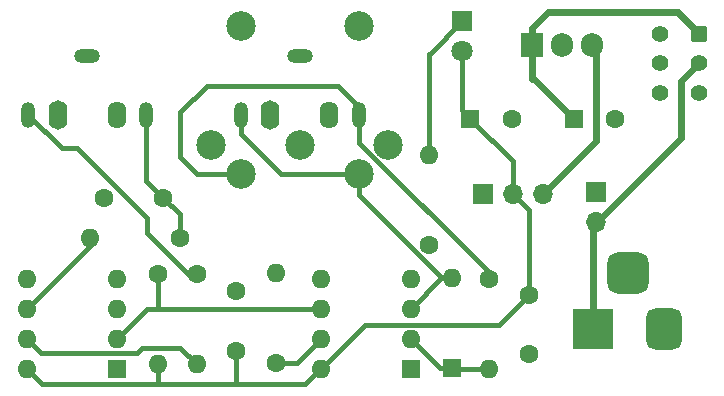
<source format=gbr>
%TF.GenerationSoftware,KiCad,Pcbnew,8.0.3*%
%TF.CreationDate,2024-06-27T15:05:59+01:00*%
%TF.ProjectId,KorgVolcaMIDI,4b6f7267-566f-46c6-9361-4d4944492e6b,rev?*%
%TF.SameCoordinates,Original*%
%TF.FileFunction,Copper,L1,Top*%
%TF.FilePolarity,Positive*%
%FSLAX46Y46*%
G04 Gerber Fmt 4.6, Leading zero omitted, Abs format (unit mm)*
G04 Created by KiCad (PCBNEW 8.0.3) date 2024-06-27 15:05:59*
%MOMM*%
%LPD*%
G01*
G04 APERTURE LIST*
G04 Aperture macros list*
%AMRoundRect*
0 Rectangle with rounded corners*
0 $1 Rounding radius*
0 $2 $3 $4 $5 $6 $7 $8 $9 X,Y pos of 4 corners*
0 Add a 4 corners polygon primitive as box body*
4,1,4,$2,$3,$4,$5,$6,$7,$8,$9,$2,$3,0*
0 Add four circle primitives for the rounded corners*
1,1,$1+$1,$2,$3*
1,1,$1+$1,$4,$5*
1,1,$1+$1,$6,$7*
1,1,$1+$1,$8,$9*
0 Add four rect primitives between the rounded corners*
20,1,$1+$1,$2,$3,$4,$5,0*
20,1,$1+$1,$4,$5,$6,$7,0*
20,1,$1+$1,$6,$7,$8,$9,0*
20,1,$1+$1,$8,$9,$2,$3,0*%
G04 Aperture macros list end*
%TA.AperFunction,ComponentPad*%
%ADD10R,1.700000X1.700000*%
%TD*%
%TA.AperFunction,ComponentPad*%
%ADD11O,1.700000X1.700000*%
%TD*%
%TA.AperFunction,ComponentPad*%
%ADD12C,1.600000*%
%TD*%
%TA.AperFunction,ComponentPad*%
%ADD13RoundRect,0.250000X-0.450000X0.450000X-0.450000X-0.450000X0.450000X-0.450000X0.450000X0.450000X0*%
%TD*%
%TA.AperFunction,ComponentPad*%
%ADD14C,1.400000*%
%TD*%
%TA.AperFunction,ComponentPad*%
%ADD15R,3.500000X3.500000*%
%TD*%
%TA.AperFunction,ComponentPad*%
%ADD16RoundRect,0.750000X0.750000X1.000000X-0.750000X1.000000X-0.750000X-1.000000X0.750000X-1.000000X0*%
%TD*%
%TA.AperFunction,ComponentPad*%
%ADD17RoundRect,0.875000X0.875000X0.875000X-0.875000X0.875000X-0.875000X-0.875000X0.875000X-0.875000X0*%
%TD*%
%TA.AperFunction,ComponentPad*%
%ADD18R,1.905000X2.000000*%
%TD*%
%TA.AperFunction,ComponentPad*%
%ADD19O,1.905000X2.000000*%
%TD*%
%TA.AperFunction,ComponentPad*%
%ADD20R,1.600000X1.600000*%
%TD*%
%TA.AperFunction,ComponentPad*%
%ADD21O,1.600000X1.600000*%
%TD*%
%TA.AperFunction,ComponentPad*%
%ADD22O,1.600000X2.500000*%
%TD*%
%TA.AperFunction,ComponentPad*%
%ADD23O,1.200000X2.200000*%
%TD*%
%TA.AperFunction,ComponentPad*%
%ADD24O,2.200000X1.200000*%
%TD*%
%TA.AperFunction,ComponentPad*%
%ADD25O,1.600000X2.300000*%
%TD*%
%TA.AperFunction,ComponentPad*%
%ADD26C,2.499360*%
%TD*%
%TA.AperFunction,WasherPad*%
%ADD27C,2.499360*%
%TD*%
%TA.AperFunction,ComponentPad*%
%ADD28R,1.800000X1.800000*%
%TD*%
%TA.AperFunction,ComponentPad*%
%ADD29C,1.800000*%
%TD*%
%TA.AperFunction,Conductor*%
%ADD30C,0.600000*%
%TD*%
%TA.AperFunction,Conductor*%
%ADD31C,0.400000*%
%TD*%
G04 APERTURE END LIST*
D10*
%TO.P,J5,1,Pin_1*%
%TO.N,GND*%
X140515000Y-66160000D03*
D11*
%TO.P,J5,2,Pin_2*%
%TO.N,+5V*%
X143055000Y-66160000D03*
%TO.P,J5,3,Pin_3*%
%TO.N,Net-(J5-Pin_3)*%
X145595000Y-66160000D03*
%TD*%
D12*
%TO.P,C5,1*%
%TO.N,+5V*%
X144440000Y-74700000D03*
%TO.P,C5,2*%
%TO.N,GND*%
X144440000Y-79700000D03*
%TD*%
D13*
%TO.P,S1,1*%
%TO.N,/PWR_IN*%
X158800000Y-52610000D03*
D14*
%TO.P,S1,2*%
%TO.N,Net-(J4-Pin_2)*%
X158800000Y-55110000D03*
%TO.P,S1,3*%
%TO.N,unconnected-(S1-Pad3)*%
X158800000Y-57610000D03*
%TO.P,S1,4*%
%TO.N,N/C*%
X155500000Y-57610000D03*
%TO.P,S1,5*%
X155500000Y-55110000D03*
%TO.P,S1,6*%
X155500000Y-52610000D03*
%TD*%
D15*
%TO.P,J6,1*%
%TO.N,Net-(J4-Pin_2)*%
X149810000Y-77580000D03*
D16*
%TO.P,J6,2*%
%TO.N,GND*%
X155810000Y-77580000D03*
D17*
%TO.P,J6,3*%
%TO.N,N/C*%
X152810000Y-72880000D03*
%TD*%
D18*
%TO.P,U3,1,IN*%
%TO.N,/PWR_IN*%
X144690000Y-53540000D03*
D19*
%TO.P,U3,2,GND*%
%TO.N,GND*%
X147230000Y-53540000D03*
%TO.P,U3,3,OUT*%
%TO.N,Net-(J5-Pin_3)*%
X149770000Y-53540000D03*
%TD*%
D20*
%TO.P,U2,1,NC*%
%TO.N,unconnected-(U2-NC-Pad1)*%
X134400000Y-81000000D03*
D21*
%TO.P,U2,2,C1*%
%TO.N,Net-(D1-K)*%
X134400000Y-78460000D03*
%TO.P,U2,3,C2*%
%TO.N,Net-(D1-A)*%
X134400000Y-75920000D03*
%TO.P,U2,4,NC*%
%TO.N,unconnected-(U2-NC-Pad4)*%
X134400000Y-73380000D03*
%TO.P,U2,5,GND*%
%TO.N,GND*%
X126780000Y-73380000D03*
%TO.P,U2,6,VO2*%
%TO.N,/RX*%
X126780000Y-75920000D03*
%TO.P,U2,7,VO1*%
%TO.N,Net-(U2-VO1)*%
X126780000Y-78460000D03*
%TO.P,U2,8,VCC*%
%TO.N,+5V*%
X126780000Y-81000000D03*
%TD*%
D20*
%TO.P,U1,1,~{RESET}/PB5*%
%TO.N,unconnected-(U1-~{RESET}{slash}PB5-Pad1)*%
X109500000Y-81000000D03*
D21*
%TO.P,U1,2,XTAL1/PB3*%
%TO.N,/RX*%
X109500000Y-78460000D03*
%TO.P,U1,3,XTAL2/PB4*%
%TO.N,unconnected-(U1-XTAL2{slash}PB4-Pad3)*%
X109500000Y-75920000D03*
%TO.P,U1,4,GND*%
%TO.N,GND*%
X109500000Y-73380000D03*
%TO.P,U1,5,AREF/PB0*%
%TO.N,/TRIGGER*%
X101880000Y-73380000D03*
%TO.P,U1,6,PB1*%
%TO.N,/CV*%
X101880000Y-75920000D03*
%TO.P,U1,7,PB2*%
%TO.N,/GATE*%
X101880000Y-78460000D03*
%TO.P,U1,8,VCC*%
%TO.N,+5V*%
X101880000Y-81000000D03*
%TD*%
D12*
%TO.P,R5,1*%
%TO.N,Net-(C2-Pad1)*%
X114830000Y-69910000D03*
D21*
%TO.P,R5,2*%
%TO.N,/CV*%
X107210000Y-69910000D03*
%TD*%
D12*
%TO.P,R4,1*%
%TO.N,Net-(J3-PadT)*%
X116260000Y-73000000D03*
D21*
%TO.P,R4,2*%
%TO.N,/GATE*%
X116260000Y-80620000D03*
%TD*%
D12*
%TO.P,R3,1*%
%TO.N,Net-(U2-VO1)*%
X123000000Y-80500000D03*
D21*
%TO.P,R3,2*%
%TO.N,GND*%
X123000000Y-72880000D03*
%TD*%
D12*
%TO.P,R2,1*%
%TO.N,/RX*%
X113000000Y-73000000D03*
D21*
%TO.P,R2,2*%
%TO.N,+5V*%
X113000000Y-80620000D03*
%TD*%
D12*
%TO.P,R1,1*%
%TO.N,Net-(J1-Pad4)*%
X141000000Y-73380000D03*
D21*
%TO.P,R1,2*%
%TO.N,Net-(D1-K)*%
X141000000Y-81000000D03*
%TD*%
D10*
%TO.P,J4,1,Pin_1*%
%TO.N,GND*%
X150085000Y-66020000D03*
D11*
%TO.P,J4,2,Pin_2*%
%TO.N,Net-(J4-Pin_2)*%
X150085000Y-68560000D03*
%TD*%
D22*
%TO.P,J3,TN*%
%TO.N,N/C*%
X104500000Y-59500000D03*
D23*
%TO.P,J3,T*%
%TO.N,Net-(J3-PadT)*%
X102000000Y-59500000D03*
D24*
%TO.P,J3,S*%
%TO.N,GND*%
X107000000Y-54500000D03*
D25*
%TO.P,J3,RN*%
%TO.N,N/C*%
X109500000Y-59500000D03*
D23*
%TO.P,J3,R*%
%TO.N,Net-(C2-Pad1)*%
X112000000Y-59500000D03*
%TD*%
%TO.P,J2,R*%
%TO.N,Net-(J1-Pad4)*%
X130000000Y-59500000D03*
D25*
%TO.P,J2,RN*%
%TO.N,N/C*%
X127500000Y-59500000D03*
D24*
%TO.P,J2,S*%
%TO.N,unconnected-(J2-PadS)*%
X125000000Y-54500000D03*
D23*
%TO.P,J2,T*%
%TO.N,Net-(D1-A)*%
X120000000Y-59500000D03*
D22*
%TO.P,J2,TN*%
%TO.N,N/C*%
X122500000Y-59500000D03*
%TD*%
D26*
%TO.P,J1,3*%
%TO.N,unconnected-(J1-Pad3)*%
X132498080Y-61997200D03*
%TO.P,J1,4*%
%TO.N,Net-(J1-Pad4)*%
X120003820Y-64499100D03*
%TO.P,J1,2*%
%TO.N,unconnected-(J1-Pad2)*%
X125000000Y-61999740D03*
%TO.P,J1,1*%
%TO.N,unconnected-(J1-Pad1)*%
X117501920Y-61997200D03*
%TO.P,J1,5*%
%TO.N,Net-(D1-A)*%
X129996180Y-64499100D03*
D27*
%TO.P,J1,*%
%TO.N,*%
X119998740Y-52002300D03*
X130001260Y-52002300D03*
%TD*%
D28*
%TO.P,D2,1,K*%
%TO.N,Net-(D2-K)*%
X138730000Y-51565000D03*
D29*
%TO.P,D2,2,A*%
%TO.N,+5V*%
X138730000Y-54105000D03*
%TD*%
D20*
%TO.P,D1,1,K*%
%TO.N,Net-(D1-K)*%
X137870000Y-80950000D03*
D21*
%TO.P,D1,2,A*%
%TO.N,Net-(D1-A)*%
X137870000Y-73330000D03*
%TD*%
D20*
%TO.P,C4,1*%
%TO.N,+5V*%
X139440000Y-59800000D03*
D12*
%TO.P,C4,2*%
%TO.N,GND*%
X142940000Y-59800000D03*
%TD*%
D20*
%TO.P,C3,1*%
%TO.N,/PWR_IN*%
X148200000Y-59800000D03*
D12*
%TO.P,C3,2*%
%TO.N,GND*%
X151700000Y-59800000D03*
%TD*%
%TO.P,C2,1*%
%TO.N,Net-(C2-Pad1)*%
X113440000Y-66490000D03*
%TO.P,C2,2*%
%TO.N,GND*%
X108440000Y-66490000D03*
%TD*%
%TO.P,C1,1*%
%TO.N,+5V*%
X119610000Y-79440000D03*
%TO.P,C1,2*%
%TO.N,GND*%
X119610000Y-74440000D03*
%TD*%
D21*
%TO.P,R6,2*%
%TO.N,Net-(D2-K)*%
X135950000Y-62920000D03*
D12*
%TO.P,R6,1*%
%TO.N,GND*%
X135950000Y-70540000D03*
%TD*%
D30*
%TO.N,Net-(J5-Pin_3)*%
X150090000Y-61665000D02*
X150090000Y-53860000D01*
X145595000Y-66160000D02*
X150090000Y-61665000D01*
X150090000Y-53860000D02*
X149770000Y-53540000D01*
%TO.N,/PWR_IN*%
X144840000Y-56440000D02*
X148200000Y-59800000D01*
X144690000Y-56440000D02*
X144840000Y-56440000D01*
X144690000Y-53540000D02*
X144690000Y-56440000D01*
X144690000Y-52230000D02*
X144690000Y-53540000D01*
X157000000Y-50810000D02*
X145990000Y-50810000D01*
X144630000Y-52170000D02*
X144690000Y-52230000D01*
X158800000Y-52610000D02*
X157000000Y-50810000D01*
X145990000Y-50810000D02*
X144630000Y-52170000D01*
D31*
%TO.N,+5V*%
X126720000Y-81000000D02*
X125430000Y-82290000D01*
X126780000Y-81000000D02*
X126720000Y-81000000D01*
X125430000Y-82290000D02*
X113090000Y-82290000D01*
X119610000Y-79440000D02*
X119610000Y-82130000D01*
%TO.N,/RX*%
X113000000Y-75890000D02*
X112970000Y-75920000D01*
X113000000Y-73000000D02*
X113000000Y-75890000D01*
X112970000Y-75920000D02*
X112040000Y-75920000D01*
X126780000Y-75920000D02*
X112970000Y-75920000D01*
X112040000Y-75920000D02*
X109500000Y-78460000D01*
D30*
%TO.N,Net-(J4-Pin_2)*%
X157270000Y-61405000D02*
X149810000Y-68865000D01*
X157270000Y-56640000D02*
X157270000Y-61405000D01*
X158800000Y-55110000D02*
X157270000Y-56640000D01*
X149810000Y-68865000D02*
X149810000Y-77580000D01*
D31*
%TO.N,Net-(D1-A)*%
X136990000Y-73330000D02*
X137870000Y-73330000D01*
X134400000Y-75920000D02*
X136990000Y-73330000D01*
X137042943Y-73330000D02*
X137870000Y-73330000D01*
X129996180Y-64499100D02*
X129996180Y-66283237D01*
X129996180Y-66283237D02*
X137042943Y-73330000D01*
%TO.N,Net-(D2-K)*%
X135950000Y-54295000D02*
X136000000Y-54295000D01*
X136000000Y-54295000D02*
X138730000Y-51565000D01*
%TO.N,+5V*%
X138730000Y-59102651D02*
X139437349Y-59810000D01*
X138730000Y-54105000D02*
X138730000Y-59102651D01*
%TO.N,Net-(J3-PadT)*%
X112045000Y-69475000D02*
X115570000Y-73000000D01*
X112045000Y-68197944D02*
X112045000Y-69475000D01*
X106178528Y-62331472D02*
X112045000Y-68197944D01*
X115570000Y-73000000D02*
X116260000Y-73000000D01*
X102000000Y-59500000D02*
X104831472Y-62331472D01*
X104831472Y-62331472D02*
X106178528Y-62331472D01*
%TO.N,Net-(J1-Pad4)*%
X114880000Y-59270000D02*
X114880000Y-63080000D01*
X116299100Y-64499100D02*
X120003820Y-64499100D01*
X117120000Y-57030000D02*
X114880000Y-59270000D01*
X128250000Y-57030000D02*
X117120000Y-57030000D01*
X114880000Y-63080000D02*
X116299100Y-64499100D01*
X130000000Y-59500000D02*
X130000000Y-58780000D01*
X130000000Y-58780000D02*
X128250000Y-57030000D01*
D30*
%TO.N,Net-(J4-Pin_2)*%
X150085000Y-77305000D02*
X149810000Y-77580000D01*
D31*
%TO.N,+5V*%
X143055000Y-63427651D02*
X139437349Y-59810000D01*
X143055000Y-66160000D02*
X143055000Y-63427651D01*
X144440000Y-67545000D02*
X143055000Y-66160000D01*
X144440000Y-74700000D02*
X144440000Y-67545000D01*
%TO.N,Net-(D2-K)*%
X135950000Y-62920000D02*
X135950000Y-54295000D01*
%TO.N,Net-(J1-Pad4)*%
X141000000Y-72832120D02*
X141000000Y-73380000D01*
X130000000Y-61832120D02*
X141000000Y-72832120D01*
X130000000Y-61832120D02*
X130000000Y-59500000D01*
%TO.N,+5V*%
X113000000Y-80620000D02*
X113000000Y-82200000D01*
%TO.N,Net-(U2-VO1)*%
X124740000Y-80500000D02*
X123000000Y-80500000D01*
X126780000Y-78460000D02*
X124740000Y-80500000D01*
%TO.N,/GATE*%
X111680000Y-79220000D02*
X114860000Y-79220000D01*
X111240000Y-79660000D02*
X111680000Y-79220000D01*
X103080000Y-79660000D02*
X111240000Y-79660000D01*
X114860000Y-79220000D02*
X116260000Y-80620000D01*
X101880000Y-78460000D02*
X103080000Y-79660000D01*
%TO.N,+5V*%
X130520000Y-77260000D02*
X126780000Y-81000000D01*
X141880000Y-77260000D02*
X130520000Y-77260000D01*
X144440000Y-74700000D02*
X141880000Y-77260000D01*
%TO.N,Net-(D1-A)*%
X123409100Y-64499100D02*
X129996180Y-64499100D01*
X120000000Y-61090000D02*
X123409100Y-64499100D01*
X120000000Y-59500000D02*
X120000000Y-61090000D01*
%TO.N,+5V*%
X113090000Y-82290000D02*
X103170000Y-82290000D01*
X103170000Y-82290000D02*
X101880000Y-81000000D01*
%TO.N,Net-(C2-Pad1)*%
X112000000Y-65050000D02*
X113440000Y-66490000D01*
X112000000Y-59500000D02*
X112000000Y-65050000D01*
X114830000Y-69910000D02*
X114830000Y-67880000D01*
X114830000Y-67880000D02*
X113440000Y-66490000D01*
%TO.N,/CV*%
X107210000Y-70590000D02*
X107210000Y-69910000D01*
X101880000Y-75920000D02*
X107210000Y-70590000D01*
%TO.N,Net-(D1-K)*%
X137870000Y-80950000D02*
X136890000Y-80950000D01*
X136890000Y-80950000D02*
X134400000Y-78460000D01*
X137920000Y-81000000D02*
X137870000Y-80950000D01*
X141000000Y-81000000D02*
X137920000Y-81000000D01*
%TD*%
M02*

</source>
